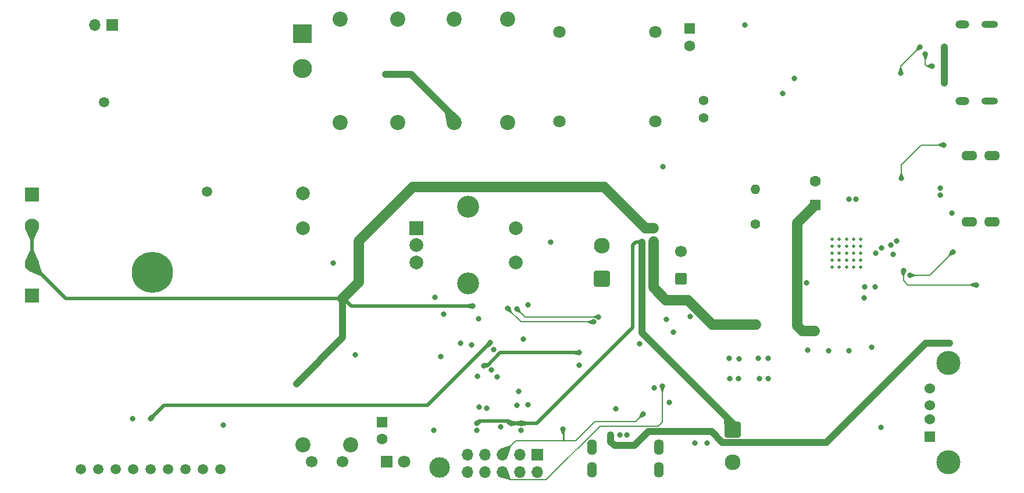
<source format=gbr>
%TF.GenerationSoftware,KiCad,Pcbnew,7.0.9-7.0.9~ubuntu22.04.1*%
%TF.CreationDate,2023-11-25T10:37:05+03:00*%
%TF.ProjectId,xray-v2,78726179-2d76-4322-9e6b-696361645f70,rev?*%
%TF.SameCoordinates,Original*%
%TF.FileFunction,Copper,L3,Inr*%
%TF.FilePolarity,Positive*%
%FSLAX46Y46*%
G04 Gerber Fmt 4.6, Leading zero omitted, Abs format (unit mm)*
G04 Created by KiCad (PCBNEW 7.0.9-7.0.9~ubuntu22.04.1) date 2023-11-25 10:37:05*
%MOMM*%
%LPD*%
G01*
G04 APERTURE LIST*
G04 Aperture macros list*
%AMRoundRect*
0 Rectangle with rounded corners*
0 $1 Rounding radius*
0 $2 $3 $4 $5 $6 $7 $8 $9 X,Y pos of 4 corners*
0 Add a 4 corners polygon primitive as box body*
4,1,4,$2,$3,$4,$5,$6,$7,$8,$9,$2,$3,0*
0 Add four circle primitives for the rounded corners*
1,1,$1+$1,$2,$3*
1,1,$1+$1,$4,$5*
1,1,$1+$1,$6,$7*
1,1,$1+$1,$8,$9*
0 Add four rect primitives between the rounded corners*
20,1,$1+$1,$2,$3,$4,$5,0*
20,1,$1+$1,$4,$5,$6,$7,0*
20,1,$1+$1,$6,$7,$8,$9,0*
20,1,$1+$1,$8,$9,$2,$3,0*%
G04 Aperture macros list end*
%TA.AperFunction,ComponentPad*%
%ADD10R,2.000000X2.000000*%
%TD*%
%TA.AperFunction,ComponentPad*%
%ADD11C,2.000000*%
%TD*%
%TA.AperFunction,ComponentPad*%
%ADD12C,3.200000*%
%TD*%
%TA.AperFunction,ComponentPad*%
%ADD13R,1.800000X1.800000*%
%TD*%
%TA.AperFunction,ComponentPad*%
%ADD14C,1.800000*%
%TD*%
%TA.AperFunction,ComponentPad*%
%ADD15C,2.200000*%
%TD*%
%TA.AperFunction,ComponentPad*%
%ADD16R,1.524000X1.524000*%
%TD*%
%TA.AperFunction,ComponentPad*%
%ADD17C,1.524000*%
%TD*%
%TA.AperFunction,ComponentPad*%
%ADD18C,3.500000*%
%TD*%
%TA.AperFunction,ComponentPad*%
%ADD19C,3.000000*%
%TD*%
%TA.AperFunction,ComponentPad*%
%ADD20R,1.600000X1.600000*%
%TD*%
%TA.AperFunction,ComponentPad*%
%ADD21C,1.600000*%
%TD*%
%TA.AperFunction,ComponentPad*%
%ADD22RoundRect,0.250001X-0.899999X0.899999X-0.899999X-0.899999X0.899999X-0.899999X0.899999X0.899999X0*%
%TD*%
%TA.AperFunction,ComponentPad*%
%ADD23C,2.300000*%
%TD*%
%TA.AperFunction,ComponentPad*%
%ADD24C,1.500000*%
%TD*%
%TA.AperFunction,ComponentPad*%
%ADD25O,1.400000X2.300000*%
%TD*%
%TA.AperFunction,ComponentPad*%
%ADD26C,1.400000*%
%TD*%
%TA.AperFunction,ComponentPad*%
%ADD27RoundRect,0.250001X0.799999X-0.799999X0.799999X0.799999X-0.799999X0.799999X-0.799999X-0.799999X0*%
%TD*%
%TA.AperFunction,ComponentPad*%
%ADD28C,2.100000*%
%TD*%
%TA.AperFunction,ComponentPad*%
%ADD29C,1.700000*%
%TD*%
%TA.AperFunction,ComponentPad*%
%ADD30RoundRect,0.250000X0.600000X-0.600000X0.600000X0.600000X-0.600000X0.600000X-0.600000X-0.600000X0*%
%TD*%
%TA.AperFunction,ComponentPad*%
%ADD31R,1.700000X1.700000*%
%TD*%
%TA.AperFunction,ComponentPad*%
%ADD32O,1.700000X1.700000*%
%TD*%
%TA.AperFunction,ComponentPad*%
%ADD33C,0.500000*%
%TD*%
%TA.AperFunction,ComponentPad*%
%ADD34O,2.000000X1.200000*%
%TD*%
%TA.AperFunction,ComponentPad*%
%ADD35O,2.400000X1.000000*%
%TD*%
%TA.AperFunction,ComponentPad*%
%ADD36O,2.300000X1.400000*%
%TD*%
%TA.AperFunction,ComponentPad*%
%ADD37RoundRect,0.250001X0.899999X-0.899999X0.899999X0.899999X-0.899999X0.899999X-0.899999X-0.899999X0*%
%TD*%
%TA.AperFunction,ComponentPad*%
%ADD38RoundRect,0.250001X-0.799999X0.799999X-0.799999X-0.799999X0.799999X-0.799999X0.799999X0.799999X0*%
%TD*%
%TA.AperFunction,ComponentPad*%
%ADD39O,1.400000X1.400000*%
%TD*%
%TA.AperFunction,ComponentPad*%
%ADD40C,6.000000*%
%TD*%
%TA.AperFunction,ComponentPad*%
%ADD41R,2.800000X2.800000*%
%TD*%
%TA.AperFunction,ComponentPad*%
%ADD42O,2.800000X2.800000*%
%TD*%
%TA.AperFunction,ViaPad*%
%ADD43C,0.800000*%
%TD*%
%TA.AperFunction,Conductor*%
%ADD44C,1.000000*%
%TD*%
%TA.AperFunction,Conductor*%
%ADD45C,0.200000*%
%TD*%
%TA.AperFunction,Conductor*%
%ADD46C,1.500000*%
%TD*%
%TA.AperFunction,Conductor*%
%ADD47C,0.500000*%
%TD*%
%TA.AperFunction,Conductor*%
%ADD48C,0.250000*%
%TD*%
G04 APERTURE END LIST*
D10*
%TO.N,ENCODER_A*%
%TO.C,SW3*%
X158480000Y-97500000D03*
D11*
%TO.N,ENCODER_B*%
X158480000Y-102500000D03*
%TO.N,GND*%
X158480000Y-100000000D03*
D12*
%TO.N,N/C*%
X165980000Y-94400000D03*
X165980000Y-105600000D03*
D11*
%TO.N,ENCODER_CLICK*%
X172980000Y-102500000D03*
%TO.N,GND*%
X172980000Y-97500000D03*
%TD*%
D13*
%TO.N,Net-(D14-K)*%
%TO.C,D14*%
X154105000Y-131600000D03*
D14*
%TO.N,Net-(D14-A)*%
X156645000Y-131600000D03*
%TD*%
D15*
%TO.N,Net-(D4-K)*%
%TO.C,C13*%
X171780000Y-82100000D03*
%TO.N,Net-(T1-SB)*%
X171780000Y-67100000D03*
%TD*%
D14*
%TO.N,Net-(T1-AA)*%
%TO.C,T1*%
X193280000Y-68925000D03*
%TO.N,Net-(Q5-D)*%
X193280000Y-81925000D03*
%TO.N,GND*%
X179280000Y-81925000D03*
%TO.N,Net-(T1-SB)*%
X179280000Y-68925000D03*
%TD*%
D16*
%TO.N,USB_OUT_VBUS*%
%TO.C,J3*%
X233252500Y-127900000D03*
D17*
%TO.N,USB_OUT_D-*%
X233252500Y-125400000D03*
%TO.N,USB_OUT_D+*%
X233252500Y-123400000D03*
%TO.N,GND*%
X233252500Y-120900000D03*
D18*
X235962500Y-131650000D03*
X235962500Y-117150000D03*
%TD*%
D15*
%TO.N,Net-(T1-SB)*%
%TO.C,C18*%
X163980000Y-67100000D03*
%TO.N,Net-(D6-K)*%
X163980000Y-82100000D03*
%TD*%
D19*
%TO.N,GND*%
%TO.C,TP1*%
X161880000Y-132400000D03*
%TD*%
D20*
%TO.N,Net-(Q11-G)*%
%TO.C,C44*%
X153480000Y-125794888D03*
D21*
%TO.N,GND*%
X153480000Y-128294888D03*
%TD*%
D22*
%TO.N,VCC*%
%TO.C,M1*%
X204480000Y-126900000D03*
D23*
%TO.N,Net-(M1--)*%
X204480000Y-131700000D03*
%TD*%
D20*
%TO.N,USB_VSYS*%
%TO.C,C11*%
X216580000Y-94152651D03*
D21*
%TO.N,GND*%
X216580000Y-90652651D03*
%TD*%
D24*
%TO.N,/DISPLAY_VCC*%
%TO.C,U9*%
X109580000Y-132700000D03*
%TO.N,GND*%
X112120000Y-132700000D03*
X114660000Y-132700000D03*
%TO.N,Net-(D13-K)*%
X117200000Y-132700000D03*
%TO.N,Net-(D12-K)*%
X119740000Y-132700000D03*
%TO.N,Net-(D11-K)*%
X122280000Y-132700000D03*
%TO.N,Net-(D10-K)*%
X124820000Y-132700000D03*
%TO.N,/DISPLAY_VCC*%
X127360000Y-132700000D03*
%TO.N,unconnected-(U9-MISO-Pad9)*%
X129900000Y-132700000D03*
%TD*%
D25*
%TO.N,GND*%
%TO.C,J1*%
X184030497Y-129450000D03*
X184030497Y-132750000D03*
X193730497Y-129450000D03*
X193730497Y-132750000D03*
%TD*%
D15*
%TO.N,GND*%
%TO.C,C16*%
X155780000Y-67100000D03*
%TO.N,Net-(D5-K)*%
X155780000Y-82100000D03*
%TD*%
D26*
%TO.N,UV_ENABLE#*%
%TO.C,JP1*%
X200280000Y-81450000D03*
%TO.N,Net-(JP1-B)*%
X200280000Y-78910000D03*
%TD*%
D27*
%TO.N,Net-(D9-K)*%
%TO.C,D9*%
X102480000Y-107400000D03*
D28*
%TO.N,VCC*%
X102480000Y-102800000D03*
%TD*%
D15*
%TO.N,*%
%TO.C,SW2*%
X148930000Y-129100000D03*
X141930000Y-129100000D03*
D29*
%TO.N,WAKEUP_BUTTON*%
X147680000Y-131600000D03*
%TO.N,GND*%
X143180000Y-131600000D03*
%TD*%
D30*
%TO.N,Net-(BT1-+)*%
%TO.C,BT1*%
X196980000Y-104900000D03*
D29*
%TO.N,GND*%
X196980000Y-100900000D03*
%TD*%
D15*
%TO.N,GND*%
%TO.C,C20*%
X147380000Y-82100000D03*
%TO.N,Net-(D7-K)*%
X147380000Y-67100000D03*
%TD*%
D31*
%TO.N,Net-(J5-Pin_1)*%
%TO.C,J5*%
X176055000Y-130525000D03*
D32*
%TO.N,+5V*%
X176055000Y-133065000D03*
%TO.N,unconnected-(J5-Pin_3-Pad3)*%
X173515000Y-130525000D03*
%TO.N,RXD_V*%
X173515000Y-133065000D03*
%TO.N,RESET_V*%
X170975000Y-130525000D03*
%TO.N,TXD_V*%
X170975000Y-133065000D03*
%TO.N,Net-(J5-Pin_7)*%
X168435000Y-130525000D03*
%TO.N,GND*%
X168435000Y-133065000D03*
%TO.N,Net-(J5-Pin_9)*%
X165895000Y-130525000D03*
%TO.N,GND*%
X165895000Y-133065000D03*
%TD*%
D33*
%TO.N,GND*%
%TO.C,U3*%
X223130000Y-99150000D03*
X222105000Y-99150000D03*
X221080000Y-99150000D03*
X220055000Y-99150000D03*
X219030000Y-99150000D03*
X223130000Y-100175000D03*
X222105000Y-100175000D03*
X221080000Y-100175000D03*
X220055000Y-100175000D03*
X219030000Y-100175000D03*
X223130000Y-101200000D03*
X222105000Y-101200000D03*
X221080000Y-101200000D03*
X220055000Y-101200000D03*
X219030000Y-101200000D03*
X223130000Y-102225000D03*
X222105000Y-102225000D03*
X221080000Y-102225000D03*
X220055000Y-102225000D03*
X219030000Y-102225000D03*
X223130000Y-103250000D03*
X222105000Y-103250000D03*
X221080000Y-103250000D03*
X220055000Y-103250000D03*
X219030000Y-103250000D03*
%TD*%
D34*
%TO.N,GND*%
%TO.C,J4*%
X237975000Y-79000000D03*
D35*
X241900000Y-79000000D03*
D34*
X237975000Y-67800000D03*
D35*
X241900000Y-67800000D03*
%TD*%
D20*
%TO.N,Net-(T1-AA)*%
%TO.C,C6*%
X198280000Y-68425000D03*
D21*
%TO.N,GND*%
X198280000Y-70925000D03*
%TD*%
D36*
%TO.N,GND*%
%TO.C,J2*%
X238945000Y-96625000D03*
X242245000Y-96625000D03*
X238945000Y-86925000D03*
X242245000Y-86925000D03*
%TD*%
D11*
%TO.N,Net-(V1-C)*%
%TO.C,C33*%
X141980000Y-92500000D03*
%TO.N,Net-(Q6-B)*%
X141980000Y-97500000D03*
%TD*%
D37*
%TO.N,Net-(LS1-Pad1)*%
%TO.C,LS1*%
X185480000Y-104900000D03*
D23*
%TO.N,Net-(Q13-D)*%
X185480000Y-100100000D03*
%TD*%
D38*
%TO.N,Net-(D8-K)*%
%TO.C,D8*%
X102480000Y-92600000D03*
D28*
%TO.N,VCC*%
X102480000Y-97200000D03*
%TD*%
D31*
%TO.N,Net-(R10-Pad1)*%
%TO.C,SW1*%
X114180000Y-67875000D03*
D32*
%TO.N,GND*%
X111640000Y-67875000D03*
%TD*%
D26*
%TO.N,Net-(U3-NTC)*%
%TO.C,R9*%
X207780000Y-96940000D03*
D39*
%TO.N,GND*%
X207780000Y-91860000D03*
%TD*%
D24*
%TO.N,Net-(V1-A)*%
%TO.C,V1*%
X112980000Y-79200000D03*
%TO.N,Net-(V1-C)*%
X127980000Y-92200000D03*
D40*
%TO.N,GND*%
X119980000Y-104000000D03*
%TD*%
D41*
%TO.N,Net-(D7-K)*%
%TO.C,D7*%
X141900000Y-69139950D03*
D42*
%TO.N,Net-(D6-K)*%
X141900000Y-74219950D03*
%TD*%
D43*
%TO.N,FLUSH_VBUS*%
X186780000Y-127700000D03*
X236100000Y-114300000D03*
X235200000Y-114300000D03*
%TO.N,GND*%
X205380000Y-119500000D03*
X209680000Y-119500000D03*
X208380000Y-119500000D03*
X221480000Y-115400000D03*
X170730000Y-126500000D03*
X190980000Y-114400000D03*
X218480000Y-115400000D03*
X215480000Y-115300000D03*
X204080000Y-119500000D03*
X198980000Y-128900000D03*
X224780000Y-114900000D03*
X225280000Y-106100000D03*
X161980000Y-116250000D03*
X149580000Y-116000000D03*
X169730000Y-115250000D03*
X182180000Y-117512500D03*
%TO.N,USB_OUT_VBUS*%
X226180000Y-100400000D03*
%TO.N,USB_M_IN_VBUS*%
X236580000Y-101000000D03*
X230325500Y-104400000D03*
X236480000Y-95325000D03*
%TO.N,USB_IN_VBUS*%
X235370000Y-76400000D03*
X235370000Y-71000000D03*
%TO.N,USB_VSYS*%
X215580000Y-112500000D03*
X216480000Y-112500000D03*
X214680000Y-112500000D03*
%TO.N,VCC*%
X192980000Y-99500000D03*
X167230000Y-126000000D03*
X191380000Y-99500000D03*
X203980000Y-116500000D03*
X205480000Y-116600000D03*
X206780000Y-111600000D03*
X205580000Y-111600000D03*
X166680000Y-108900000D03*
X191280000Y-97500000D03*
X211767500Y-77900000D03*
X208280000Y-116500000D03*
X147780000Y-107700000D03*
X207880000Y-111600000D03*
X192980000Y-97500000D03*
X172230000Y-126000000D03*
X209680000Y-116500000D03*
X173730000Y-126000000D03*
X140980000Y-120200000D03*
X223705000Y-106100000D03*
%TO.N,USB_OUT_VOUT2*%
X227902535Y-101322535D03*
%TO.N,RESET*%
X167480000Y-110750000D03*
X173100000Y-123399500D03*
X160980000Y-127000000D03*
%TO.N,VREG*%
X223680000Y-107700000D03*
X195880000Y-112700000D03*
%TO.N,ENCODER_CLICK*%
X167380000Y-119100000D03*
%TO.N,CP2102_VREG*%
X187480000Y-123900000D03*
%TO.N,USB_M_IN_D-*%
X222479488Y-93294596D03*
X234780000Y-92700000D03*
%TO.N,USB_M_IN_D+*%
X221480000Y-93300000D03*
X234780000Y-91700497D03*
%TO.N,USB_OUT_D-*%
X227580000Y-100000000D03*
%TO.N,USB_OUT_D+*%
X228380000Y-99400000D03*
%TO.N,USB_IN_D+*%
X233580000Y-73900000D03*
X232580000Y-72100000D03*
%TO.N,USB_IN_CC2*%
X228980000Y-74900000D03*
X231780000Y-71100000D03*
%TO.N,+5V*%
X167230000Y-127000000D03*
X173730000Y-127000000D03*
%TO.N,FLUSH_D-*%
X188080000Y-127700000D03*
%TO.N,FLUSH_D+*%
X189080000Y-127700000D03*
%TO.N,Net-(JP1-B)*%
X213530000Y-75737500D03*
%TO.N,UV_ENABLE#*%
X174703624Y-108675000D03*
%TO.N,Net-(JP2-A)*%
X195280000Y-122975000D03*
%TO.N,USB_OUT_VBUS_G*%
X225380000Y-101200000D03*
X226080000Y-126600000D03*
%TO.N,USB_M_IN_VBUS_G*%
X239980000Y-105800000D03*
X229380000Y-103700500D03*
%TO.N,UV_PWM*%
X169380000Y-118200000D03*
X194380000Y-88600000D03*
%TO.N,USB_IN_VBUS_G*%
X235280000Y-85400000D03*
X229080000Y-90300000D03*
%TO.N,RADIATION_VALUE*%
X146380000Y-102600000D03*
X161180000Y-107600000D03*
%TO.N,SPEAKER*%
X177980000Y-99600000D03*
X162479312Y-110100688D03*
%TO.N,VIBRO*%
X200780000Y-128900000D03*
X174029062Y-113749562D03*
%TO.N,USB_I2C_SDA*%
X194880000Y-110800000D03*
X198374622Y-110394622D03*
%TO.N,USB_INT*%
X168280000Y-117600000D03*
X182180000Y-115700000D03*
%TO.N,MCU_I2C_SDA*%
X184980000Y-110500000D03*
X173080000Y-109300000D03*
%TO.N,MCU_I2C_SCL*%
X184273245Y-111206755D03*
X171780000Y-109200000D03*
%TO.N,MOSI*%
X173400000Y-121300000D03*
X170230000Y-119250000D03*
%TO.N,MISO*%
X167580000Y-123600000D03*
%TO.N,TFT_DC*%
X119780000Y-125300000D03*
X169227180Y-114227820D03*
%TO.N,RXD*%
X166479500Y-114550500D03*
X174700000Y-123300000D03*
%TO.N,TXD*%
X164929301Y-114302872D03*
X168730000Y-123750000D03*
%TO.N,RXD_V*%
X193080000Y-120800000D03*
%TO.N,TXD_V*%
X194280000Y-120600000D03*
%TO.N,Net-(U1-VO)*%
X206300000Y-67900000D03*
%TO.N,Net-(D6-K)*%
X153980000Y-75100000D03*
X155380000Y-75100000D03*
%TO.N,Net-(U3-RSET)*%
X215292500Y-105500000D03*
%TO.N,/DISPLAY_VCC*%
X130342500Y-126200000D03*
X117180000Y-125300000D03*
%TO.N,RESET_V*%
X179800000Y-126812500D03*
X191505000Y-124600000D03*
%TD*%
D44*
%TO.N,FLUSH_VBUS*%
X236100000Y-114300000D02*
X232600000Y-114300000D01*
X203000000Y-128750000D02*
X201450000Y-127200000D01*
X232600000Y-114300000D02*
X218150000Y-128750000D01*
X218150000Y-128750000D02*
X203000000Y-128750000D01*
X187300000Y-129200000D02*
X186780000Y-128680000D01*
X201450000Y-127200000D02*
X192200000Y-127200000D01*
X192200000Y-127200000D02*
X190200000Y-129200000D01*
X190200000Y-129200000D02*
X187300000Y-129200000D01*
X186780000Y-128680000D02*
X186780000Y-127700000D01*
D45*
%TO.N,USB_M_IN_VBUS*%
X230325500Y-104400000D02*
X233180000Y-104400000D01*
X233180000Y-104400000D02*
X236580000Y-101000000D01*
D44*
%TO.N,USB_IN_VBUS*%
X235370000Y-76400000D02*
X235370000Y-71100000D01*
D46*
%TO.N,USB_VSYS*%
X214680000Y-112500000D02*
X216480000Y-112500000D01*
X213942500Y-96790151D02*
X213942500Y-111762500D01*
X216580000Y-94152651D02*
X213942500Y-96790151D01*
X213942500Y-111762500D02*
X214680000Y-112500000D01*
%TO.N,VCC*%
X157980000Y-91500000D02*
X185780000Y-91500000D01*
D47*
X189980000Y-100000000D02*
X190380000Y-99600000D01*
X175982082Y-126000000D02*
X189980000Y-112002082D01*
X148980000Y-108900000D02*
X166680000Y-108900000D01*
D46*
X192980000Y-106200000D02*
X194780000Y-108000000D01*
D47*
X171880000Y-125650000D02*
X172030000Y-125800000D01*
D46*
X150080000Y-105400000D02*
X150080000Y-99400000D01*
D47*
X173730000Y-126000000D02*
X175982082Y-126000000D01*
D46*
X201580000Y-111600000D02*
X205580000Y-111600000D01*
X150080000Y-99400000D02*
X157980000Y-91500000D01*
X194780000Y-108000000D02*
X197980000Y-108000000D01*
D47*
X147680000Y-107800000D02*
X147780000Y-107700000D01*
D44*
X147730000Y-113450000D02*
X140980000Y-120200000D01*
D46*
X147730000Y-107750000D02*
X147780000Y-107700000D01*
D44*
X191280000Y-99600000D02*
X191280000Y-112755635D01*
D46*
X185780000Y-91500000D02*
X191780000Y-97500000D01*
X192980000Y-99500000D02*
X192980000Y-106200000D01*
D47*
X190380000Y-99600000D02*
X191280000Y-99600000D01*
X172230000Y-126000000D02*
X173730000Y-126000000D01*
D46*
X207880000Y-111600000D02*
X206780000Y-111600000D01*
D44*
X147730000Y-107750000D02*
X147730000Y-113450000D01*
D47*
X147780000Y-107700000D02*
X148980000Y-108900000D01*
X167580000Y-125650000D02*
X171880000Y-125650000D01*
D46*
X197980000Y-108000000D02*
X201580000Y-111600000D01*
X147780000Y-107700000D02*
X150080000Y-105400000D01*
D47*
X167430000Y-125800000D02*
X167580000Y-125650000D01*
X102480000Y-97300000D02*
X102480000Y-102900000D01*
D46*
X205580000Y-111600000D02*
X205680000Y-111600000D01*
X205680000Y-111600000D02*
X207880000Y-111600000D01*
D47*
X189980000Y-112002082D02*
X189980000Y-100000000D01*
D46*
X191780000Y-97500000D02*
X192980000Y-97500000D01*
D47*
X107380000Y-107800000D02*
X147680000Y-107800000D01*
X102480000Y-102900000D02*
X107380000Y-107800000D01*
D44*
X191280000Y-112755635D02*
X204480000Y-125955635D01*
X204480000Y-125955635D02*
X204480000Y-126900000D01*
D45*
%TO.N,USB_IN_D+*%
X232780000Y-73900000D02*
X232580000Y-73700000D01*
X233580000Y-73900000D02*
X232780000Y-73900000D01*
X232580000Y-73700000D02*
X232580000Y-72100000D01*
%TO.N,USB_IN_CC2*%
X228980000Y-73900000D02*
X231780000Y-71100000D01*
X228980000Y-74900000D02*
X228980000Y-73900000D01*
%TO.N,USB_M_IN_VBUS_G*%
X229980000Y-105800000D02*
X239980000Y-105800000D01*
X229380000Y-103700500D02*
X229380000Y-105200000D01*
X229380000Y-105200000D02*
X229980000Y-105800000D01*
%TO.N,USB_IN_VBUS_G*%
X229080000Y-90300000D02*
X229080000Y-88300000D01*
X231980000Y-85400000D02*
X235280000Y-85400000D01*
X229080000Y-88300000D02*
X231980000Y-85400000D01*
D47*
%TO.N,USB_INT*%
X168777918Y-117600000D02*
X168280000Y-117600000D01*
X170677918Y-115700000D02*
X168777918Y-117600000D01*
X182180000Y-115700000D02*
X170677918Y-115700000D01*
D45*
%TO.N,MCU_I2C_SDA*%
X173080000Y-109300000D02*
X174280000Y-110500000D01*
X174280000Y-110500000D02*
X184980000Y-110500000D01*
%TO.N,MCU_I2C_SCL*%
X173680000Y-111200000D02*
X184266490Y-111200000D01*
X171780000Y-109200000D02*
X171780000Y-109300000D01*
X171780000Y-109300000D02*
X173680000Y-111200000D01*
X184266490Y-111200000D02*
X184273245Y-111206755D01*
D47*
%TO.N,TFT_DC*%
X169227180Y-114227820D02*
X160055000Y-123400000D01*
X160055000Y-123400000D02*
X121680000Y-123400000D01*
X121680000Y-123400000D02*
X119780000Y-125300000D01*
D45*
%TO.N,TXD_V*%
X172125000Y-134215000D02*
X177365000Y-134215000D01*
X170975000Y-133065000D02*
X172125000Y-134215000D01*
X193680000Y-126400000D02*
X194280000Y-125800000D01*
X194280000Y-125800000D02*
X194280000Y-120600000D01*
X177365000Y-134215000D02*
X185180000Y-126400000D01*
X185180000Y-126400000D02*
X193680000Y-126400000D01*
D44*
%TO.N,Net-(D6-K)*%
X157680000Y-75100000D02*
X163980000Y-81400000D01*
X155380000Y-75100000D02*
X157680000Y-75100000D01*
X163980000Y-81400000D02*
X163980000Y-82100000D01*
X153980000Y-75100000D02*
X155380000Y-75100000D01*
D45*
%TO.N,RESET_V*%
X184480000Y-125700000D02*
X190405000Y-125700000D01*
X190405000Y-125700000D02*
X191505000Y-124600000D01*
X181680000Y-128500000D02*
X184480000Y-125700000D01*
X179880000Y-128500000D02*
X172980000Y-128500000D01*
X179880000Y-128500000D02*
X181680000Y-128500000D01*
X172980000Y-128500000D02*
X170975000Y-130505000D01*
D48*
X179880000Y-128500000D02*
X179880000Y-126892500D01*
X179880000Y-126892500D02*
X179800000Y-126812500D01*
%TD*%
%TA.AperFunction,Conductor*%
%TO.N,USB_M_IN_VBUS*%
G36*
X230489368Y-104034945D02*
G01*
X231118300Y-104297000D01*
X231124619Y-104303345D01*
X231125500Y-104307800D01*
X231125500Y-104492199D01*
X231122073Y-104500472D01*
X231118300Y-104502999D01*
X230489370Y-104765053D01*
X230480415Y-104765072D01*
X230474071Y-104758755D01*
X230326375Y-104404499D01*
X230326355Y-104395550D01*
X230474072Y-104041242D01*
X230480418Y-104034926D01*
X230489368Y-104034945D01*
G37*
%TD.AperFunction*%
%TD*%
%TA.AperFunction,Conductor*%
%TO.N,USB_M_IN_VBUS*%
G36*
X236576195Y-100997436D02*
G01*
X236582542Y-101003754D01*
X236582563Y-101003804D01*
X236728621Y-101358734D01*
X236728600Y-101367688D01*
X236722256Y-101374005D01*
X236092237Y-101633426D01*
X236083282Y-101633407D01*
X236079509Y-101630880D01*
X235949119Y-101500490D01*
X235945692Y-101492217D01*
X235946572Y-101487766D01*
X236205994Y-100857742D01*
X236212313Y-100851398D01*
X236221264Y-100851378D01*
X236576195Y-100997436D01*
G37*
%TD.AperFunction*%
%TD*%
%TA.AperFunction,Conductor*%
%TO.N,VCC*%
G36*
X166674942Y-108504435D02*
G01*
X166679835Y-108511935D01*
X166680035Y-108514062D01*
X166681000Y-108900000D01*
X166680035Y-109285937D01*
X166676587Y-109294202D01*
X166668306Y-109297608D01*
X166666179Y-109297408D01*
X165889544Y-109151789D01*
X165882044Y-109146896D01*
X165880000Y-109140289D01*
X165880000Y-108659710D01*
X165883427Y-108651437D01*
X165889542Y-108648210D01*
X166666180Y-108502591D01*
X166674942Y-108504435D01*
G37*
%TD.AperFunction*%
%TD*%
%TA.AperFunction,Conductor*%
%TO.N,VCC*%
G36*
X171589878Y-125404250D02*
G01*
X172370478Y-125626856D01*
X172377494Y-125632420D01*
X172378520Y-125641316D01*
X172378089Y-125642559D01*
X172231895Y-125997823D01*
X172229334Y-126001659D01*
X171955548Y-126274481D01*
X171947268Y-126277893D01*
X171939001Y-126274452D01*
X171938900Y-126274349D01*
X171578285Y-125903405D01*
X171574974Y-125895249D01*
X171574974Y-125415502D01*
X171578401Y-125407229D01*
X171586674Y-125403802D01*
X171589878Y-125404250D01*
G37*
%TD.AperFunction*%
%TD*%
%TA.AperFunction,Conductor*%
%TO.N,VCC*%
G36*
X173743817Y-125602590D02*
G01*
X174520457Y-125748210D01*
X174527956Y-125753103D01*
X174530000Y-125759710D01*
X174530000Y-126240289D01*
X174526573Y-126248562D01*
X174520456Y-126251789D01*
X173749635Y-126396317D01*
X173745952Y-126396417D01*
X173740132Y-126395651D01*
X173732377Y-126391174D01*
X173729960Y-126384083D01*
X173729000Y-126000000D01*
X173729964Y-125614059D01*
X173733412Y-125605797D01*
X173741693Y-125602391D01*
X173743817Y-125602590D01*
G37*
%TD.AperFunction*%
%TD*%
%TA.AperFunction,Conductor*%
%TO.N,VCC*%
G36*
X191225449Y-99134596D02*
G01*
X191231174Y-99140636D01*
X191380093Y-99497824D01*
X191380994Y-99502355D01*
X191380031Y-99887557D01*
X191376583Y-99895822D01*
X191368302Y-99899228D01*
X191367583Y-99899204D01*
X190610843Y-99850701D01*
X190602806Y-99846752D01*
X190599891Y-99839025D01*
X190599891Y-99358300D01*
X190603318Y-99350027D01*
X190607722Y-99347257D01*
X191216510Y-99134095D01*
X191225449Y-99134596D01*
G37*
%TD.AperFunction*%
%TD*%
%TA.AperFunction,Conductor*%
%TO.N,VCC*%
G36*
X172243817Y-125602590D02*
G01*
X173020457Y-125748210D01*
X173027956Y-125753103D01*
X173030000Y-125759710D01*
X173030000Y-126240289D01*
X173026573Y-126248562D01*
X173020456Y-126251789D01*
X172243820Y-126397408D01*
X172235057Y-126395564D01*
X172230164Y-126388064D01*
X172229964Y-126385946D01*
X172229000Y-126000000D01*
X172229964Y-125614059D01*
X172233412Y-125605797D01*
X172241693Y-125602391D01*
X172243817Y-125602590D01*
G37*
%TD.AperFunction*%
%TD*%
%TA.AperFunction,Conductor*%
%TO.N,VCC*%
G36*
X173724942Y-125604435D02*
G01*
X173729835Y-125611935D01*
X173730035Y-125614062D01*
X173731000Y-126000000D01*
X173730039Y-126384080D01*
X173726591Y-126392345D01*
X173719866Y-126395651D01*
X173714046Y-126396417D01*
X173710363Y-126396317D01*
X172939544Y-126251789D01*
X172932044Y-126246896D01*
X172930000Y-126240289D01*
X172930000Y-125759710D01*
X172933427Y-125751437D01*
X172939542Y-125748210D01*
X173716180Y-125602591D01*
X173724942Y-125604435D01*
G37*
%TD.AperFunction*%
%TD*%
%TA.AperFunction,Conductor*%
%TO.N,VCC*%
G36*
X148069421Y-107427117D02*
G01*
X148070783Y-107428762D01*
X148516978Y-108080895D01*
X148518822Y-108089658D01*
X148515595Y-108095775D01*
X148175775Y-108435595D01*
X148167502Y-108439022D01*
X148160895Y-108436978D01*
X147508762Y-107990783D01*
X147503869Y-107983283D01*
X147505713Y-107974520D01*
X147507075Y-107972875D01*
X147779293Y-107699293D01*
X148052875Y-107427075D01*
X148061156Y-107423669D01*
X148069421Y-107427117D01*
G37*
%TD.AperFunction*%
%TD*%
%TA.AperFunction,Conductor*%
%TO.N,VCC*%
G36*
X167879013Y-125405277D02*
G01*
X167884577Y-125412293D01*
X167885026Y-125415502D01*
X167885026Y-125895249D01*
X167881715Y-125903405D01*
X167521099Y-126274349D01*
X167512875Y-126277892D01*
X167504554Y-126274582D01*
X167504451Y-126274481D01*
X167230665Y-126001659D01*
X167228104Y-125997823D01*
X167081910Y-125642557D01*
X167081931Y-125633605D01*
X167088278Y-125627287D01*
X167089512Y-125626858D01*
X167870118Y-125404251D01*
X167879013Y-125405277D01*
G37*
%TD.AperFunction*%
%TD*%
%TA.AperFunction,Conductor*%
%TO.N,VCC*%
G36*
X102730617Y-100753427D02*
G01*
X102733065Y-100757016D01*
X103445303Y-102387262D01*
X103445475Y-102396215D01*
X103439266Y-102402667D01*
X103439069Y-102402751D01*
X102484487Y-102799136D01*
X102475532Y-102799144D01*
X102475513Y-102799136D01*
X101520930Y-102402751D01*
X101514604Y-102396414D01*
X101514612Y-102387459D01*
X101514661Y-102387341D01*
X102226935Y-100757016D01*
X102233387Y-100750807D01*
X102237656Y-100750000D01*
X102722344Y-100750000D01*
X102730617Y-100753427D01*
G37*
%TD.AperFunction*%
%TD*%
%TA.AperFunction,Conductor*%
%TO.N,VCC*%
G36*
X103439069Y-97597248D02*
G01*
X103445395Y-97603585D01*
X103445387Y-97612540D01*
X103445303Y-97612737D01*
X102733065Y-99242984D01*
X102726613Y-99249193D01*
X102722344Y-99250000D01*
X102237656Y-99250000D01*
X102229383Y-99246573D01*
X102226935Y-99242984D01*
X101514696Y-97612737D01*
X101514524Y-97603784D01*
X101520733Y-97597332D01*
X101520871Y-97597272D01*
X102475513Y-97200862D01*
X102484467Y-97200855D01*
X103439069Y-97597248D01*
G37*
%TD.AperFunction*%
%TD*%
%TA.AperFunction,Conductor*%
%TO.N,VCC*%
G36*
X147625449Y-107334596D02*
G01*
X147631174Y-107340636D01*
X147780093Y-107697824D01*
X147780994Y-107702355D01*
X147780031Y-108087557D01*
X147776583Y-108095822D01*
X147768302Y-108099228D01*
X147767583Y-108099204D01*
X147010843Y-108050701D01*
X147002806Y-108046752D01*
X146999891Y-108039025D01*
X146999891Y-107558300D01*
X147003318Y-107550027D01*
X147007722Y-107547257D01*
X147616510Y-107334095D01*
X147625449Y-107334596D01*
G37*
%TD.AperFunction*%
%TD*%
%TA.AperFunction,Conductor*%
%TO.N,VCC*%
G36*
X103447579Y-102402920D02*
G01*
X103453905Y-102409257D01*
X103454143Y-102409882D01*
X104043989Y-104105917D01*
X104043470Y-104114857D01*
X104041211Y-104118033D01*
X103698461Y-104460783D01*
X103690188Y-104464210D01*
X103685555Y-104463254D01*
X102088762Y-103774636D01*
X102082522Y-103768213D01*
X102082582Y-103759424D01*
X102477439Y-102803779D01*
X102483761Y-102797446D01*
X103438626Y-102402912D01*
X103447579Y-102402920D01*
G37*
%TD.AperFunction*%
%TD*%
%TA.AperFunction,Conductor*%
%TO.N,VCC*%
G36*
X203929082Y-124697253D02*
G01*
X205023152Y-125744150D01*
X205026760Y-125752345D01*
X205025624Y-125757638D01*
X204484115Y-126893557D01*
X204477462Y-126899550D01*
X204472803Y-126900198D01*
X203340091Y-126827385D01*
X203332055Y-126823434D01*
X203329180Y-126816657D01*
X203214144Y-125401839D01*
X203216890Y-125393318D01*
X203217521Y-125392632D01*
X203912721Y-124697432D01*
X203920993Y-124694006D01*
X203929082Y-124697253D01*
G37*
%TD.AperFunction*%
%TD*%
%TA.AperFunction,Conductor*%
%TO.N,USB_IN_D+*%
G36*
X233431428Y-73541244D02*
G01*
X233579123Y-73895498D01*
X233579144Y-73904452D01*
X233579123Y-73904502D01*
X233431428Y-74258755D01*
X233425081Y-74265073D01*
X233416129Y-74265053D01*
X232787200Y-74002999D01*
X232780881Y-73996654D01*
X232780000Y-73992199D01*
X232780000Y-73807800D01*
X232783427Y-73799527D01*
X232787200Y-73797000D01*
X233416131Y-73534945D01*
X233425084Y-73534927D01*
X233431428Y-73541244D01*
G37*
%TD.AperFunction*%
%TD*%
%TA.AperFunction,Conductor*%
%TO.N,USB_IN_D+*%
G36*
X232938755Y-72248571D02*
G01*
X232945073Y-72254918D01*
X232945053Y-72263870D01*
X232683000Y-72892800D01*
X232676655Y-72899119D01*
X232672200Y-72900000D01*
X232487800Y-72900000D01*
X232479527Y-72896573D01*
X232477000Y-72892800D01*
X232214945Y-72263868D01*
X232214927Y-72254915D01*
X232221242Y-72248572D01*
X232575500Y-72100875D01*
X232584449Y-72100855D01*
X232938755Y-72248571D01*
G37*
%TD.AperFunction*%
%TD*%
%TA.AperFunction,Conductor*%
%TO.N,USB_IN_CC2*%
G36*
X231776195Y-71097436D02*
G01*
X231782542Y-71103754D01*
X231782563Y-71103804D01*
X231928621Y-71458734D01*
X231928600Y-71467688D01*
X231922256Y-71474005D01*
X231292237Y-71733426D01*
X231283282Y-71733407D01*
X231279509Y-71730880D01*
X231149119Y-71600490D01*
X231145692Y-71592217D01*
X231146572Y-71587766D01*
X231405994Y-70957742D01*
X231412313Y-70951398D01*
X231421264Y-70951378D01*
X231776195Y-71097436D01*
G37*
%TD.AperFunction*%
%TD*%
%TA.AperFunction,Conductor*%
%TO.N,USB_IN_CC2*%
G36*
X229080473Y-74103427D02*
G01*
X229083000Y-74107200D01*
X229345053Y-74736129D01*
X229345072Y-74745084D01*
X229338755Y-74751428D01*
X228984502Y-74899123D01*
X228975548Y-74899144D01*
X228975498Y-74899123D01*
X228621244Y-74751428D01*
X228614926Y-74745081D01*
X228614945Y-74736131D01*
X228877000Y-74107199D01*
X228883345Y-74100881D01*
X228887800Y-74100000D01*
X229072200Y-74100000D01*
X229080473Y-74103427D01*
G37*
%TD.AperFunction*%
%TD*%
%TA.AperFunction,Conductor*%
%TO.N,USB_M_IN_VBUS_G*%
G36*
X239831428Y-105441244D02*
G01*
X239979123Y-105795498D01*
X239979144Y-105804452D01*
X239979123Y-105804502D01*
X239831428Y-106158755D01*
X239825081Y-106165073D01*
X239816129Y-106165053D01*
X239187200Y-105902999D01*
X239180881Y-105896654D01*
X239180000Y-105892199D01*
X239180000Y-105707800D01*
X239183427Y-105699527D01*
X239187200Y-105697000D01*
X239816131Y-105434945D01*
X239825084Y-105434927D01*
X239831428Y-105441244D01*
G37*
%TD.AperFunction*%
%TD*%
%TA.AperFunction,Conductor*%
%TO.N,USB_M_IN_VBUS_G*%
G36*
X229738755Y-103849071D02*
G01*
X229745073Y-103855418D01*
X229745053Y-103864370D01*
X229483000Y-104493300D01*
X229476655Y-104499619D01*
X229472200Y-104500500D01*
X229287800Y-104500500D01*
X229279527Y-104497073D01*
X229277000Y-104493300D01*
X229014945Y-103864368D01*
X229014927Y-103855415D01*
X229021242Y-103849072D01*
X229375500Y-103701375D01*
X229384449Y-103701355D01*
X229738755Y-103849071D01*
G37*
%TD.AperFunction*%
%TD*%
%TA.AperFunction,Conductor*%
%TO.N,USB_IN_VBUS_G*%
G36*
X229180473Y-89503427D02*
G01*
X229183000Y-89507200D01*
X229445053Y-90136129D01*
X229445072Y-90145084D01*
X229438755Y-90151428D01*
X229084502Y-90299123D01*
X229075548Y-90299144D01*
X229075498Y-90299123D01*
X228721244Y-90151428D01*
X228714926Y-90145081D01*
X228714945Y-90136131D01*
X228977000Y-89507199D01*
X228983345Y-89500881D01*
X228987800Y-89500000D01*
X229172200Y-89500000D01*
X229180473Y-89503427D01*
G37*
%TD.AperFunction*%
%TD*%
%TA.AperFunction,Conductor*%
%TO.N,USB_IN_VBUS_G*%
G36*
X235131428Y-85041244D02*
G01*
X235279123Y-85395498D01*
X235279144Y-85404452D01*
X235279123Y-85404502D01*
X235131428Y-85758755D01*
X235125081Y-85765073D01*
X235116129Y-85765053D01*
X234487200Y-85502999D01*
X234480881Y-85496654D01*
X234480000Y-85492199D01*
X234480000Y-85307800D01*
X234483427Y-85299527D01*
X234487200Y-85297000D01*
X235116131Y-85034945D01*
X235125084Y-85034927D01*
X235131428Y-85041244D01*
G37*
%TD.AperFunction*%
%TD*%
%TA.AperFunction,Conductor*%
%TO.N,USB_INT*%
G36*
X168810022Y-117209535D02*
G01*
X168818085Y-117212960D01*
X169157305Y-117552180D01*
X169160732Y-117560453D01*
X169157305Y-117568726D01*
X169154692Y-117570693D01*
X168444505Y-117963233D01*
X168435606Y-117964236D01*
X168428605Y-117958653D01*
X168428046Y-117957495D01*
X168280198Y-117602878D01*
X168279297Y-117598355D01*
X168279379Y-117552180D01*
X168279979Y-117211889D01*
X168283420Y-117203623D01*
X168291700Y-117200211D01*
X168291769Y-117200211D01*
X168810022Y-117209535D01*
G37*
%TD.AperFunction*%
%TD*%
%TA.AperFunction,Conductor*%
%TO.N,USB_INT*%
G36*
X182174942Y-115304435D02*
G01*
X182179835Y-115311935D01*
X182180035Y-115314062D01*
X182181000Y-115700000D01*
X182180035Y-116085937D01*
X182176587Y-116094202D01*
X182168306Y-116097608D01*
X182166179Y-116097408D01*
X181389544Y-115951789D01*
X181382044Y-115946896D01*
X181380000Y-115940289D01*
X181380000Y-115459710D01*
X181383427Y-115451437D01*
X181389542Y-115448210D01*
X182166180Y-115302591D01*
X182174942Y-115304435D01*
G37*
%TD.AperFunction*%
%TD*%
%TA.AperFunction,Conductor*%
%TO.N,MCU_I2C_SDA*%
G36*
X173447688Y-109151399D02*
G01*
X173454005Y-109157743D01*
X173713426Y-109787762D01*
X173713407Y-109796717D01*
X173710880Y-109800490D01*
X173580490Y-109930880D01*
X173572217Y-109934307D01*
X173567762Y-109933426D01*
X172937743Y-109674005D01*
X172931398Y-109667686D01*
X172931378Y-109658735D01*
X173077437Y-109303802D01*
X173083753Y-109297457D01*
X173438735Y-109151378D01*
X173447688Y-109151399D01*
G37*
%TD.AperFunction*%
%TD*%
%TA.AperFunction,Conductor*%
%TO.N,MCU_I2C_SDA*%
G36*
X184831428Y-110141244D02*
G01*
X184979123Y-110495498D01*
X184979144Y-110504452D01*
X184979123Y-110504502D01*
X184831428Y-110858755D01*
X184825081Y-110865073D01*
X184816129Y-110865053D01*
X184748204Y-110836751D01*
X184743424Y-110833074D01*
X184701527Y-110778473D01*
X184576086Y-110682219D01*
X184576083Y-110682218D01*
X184576077Y-110682214D01*
X184430013Y-110621713D01*
X184430004Y-110621710D01*
X184273245Y-110601073D01*
X184207465Y-110609732D01*
X184201438Y-110608932D01*
X184187200Y-110602999D01*
X184180881Y-110596653D01*
X184180000Y-110592199D01*
X184180000Y-110407800D01*
X184183427Y-110399527D01*
X184187200Y-110397000D01*
X184816131Y-110134945D01*
X184825084Y-110134927D01*
X184831428Y-110141244D01*
G37*
%TD.AperFunction*%
%TD*%
%TA.AperFunction,Conductor*%
%TO.N,MCU_I2C_SCL*%
G36*
X184118380Y-110841632D02*
G01*
X184124636Y-110847912D01*
X184272368Y-111202253D01*
X184272389Y-111211207D01*
X184272368Y-111211257D01*
X184124716Y-111565405D01*
X184118369Y-111571723D01*
X184109415Y-111571702D01*
X184109313Y-111571659D01*
X183481685Y-111303037D01*
X183475428Y-111296632D01*
X183474589Y-111292281D01*
X183474589Y-111107869D01*
X183478016Y-111099596D01*
X183481874Y-111097034D01*
X184109426Y-110841577D01*
X184118380Y-110841632D01*
G37*
%TD.AperFunction*%
%TD*%
%TA.AperFunction,Conductor*%
%TO.N,MCU_I2C_SCL*%
G36*
X172146567Y-109051860D02*
G01*
X172152885Y-109058207D01*
X172153269Y-109059290D01*
X172354436Y-109728331D01*
X172353537Y-109737241D01*
X172351505Y-109739973D01*
X172221101Y-109870377D01*
X172212828Y-109873804D01*
X172207416Y-109872477D01*
X171931192Y-109728331D01*
X171636400Y-109574495D01*
X171630651Y-109567629D01*
X171630992Y-109559671D01*
X171777437Y-109203802D01*
X171783753Y-109197457D01*
X172137615Y-109051839D01*
X172146567Y-109051860D01*
G37*
%TD.AperFunction*%
%TD*%
%TA.AperFunction,Conductor*%
%TO.N,TFT_DC*%
G36*
X168952659Y-113953533D02*
G01*
X168954304Y-113954895D01*
X169227887Y-114227113D01*
X169500104Y-114500695D01*
X169503510Y-114508976D01*
X169500062Y-114517241D01*
X169498417Y-114518603D01*
X168846284Y-114964798D01*
X168837521Y-114966642D01*
X168831404Y-114963415D01*
X168491584Y-114623595D01*
X168488157Y-114615322D01*
X168490201Y-114608715D01*
X168936397Y-113956581D01*
X168943896Y-113951689D01*
X168952659Y-113953533D01*
G37*
%TD.AperFunction*%
%TD*%
%TA.AperFunction,Conductor*%
%TO.N,TFT_DC*%
G36*
X120175775Y-124564404D02*
G01*
X120515595Y-124904224D01*
X120519022Y-124912497D01*
X120516978Y-124919104D01*
X120070783Y-125571237D01*
X120063283Y-125576130D01*
X120054520Y-125574286D01*
X120052875Y-125572924D01*
X119779293Y-125300707D01*
X119507075Y-125027124D01*
X119503669Y-125018843D01*
X119507117Y-125010578D01*
X119508756Y-125009220D01*
X120160895Y-124563020D01*
X120169658Y-124561177D01*
X120175775Y-124564404D01*
G37*
%TD.AperFunction*%
%TD*%
%TA.AperFunction,Conductor*%
%TO.N,TXD_V*%
G36*
X171757496Y-132744586D02*
G01*
X171763825Y-132750920D01*
X171764161Y-132751840D01*
X172198102Y-134113265D01*
X172198655Y-134116818D01*
X172198655Y-134299274D01*
X172195228Y-134307547D01*
X172186955Y-134310974D01*
X172183593Y-134310481D01*
X170662108Y-133854014D01*
X170655168Y-133848354D01*
X170654263Y-133839445D01*
X170654652Y-133838350D01*
X170972147Y-133069486D01*
X170978468Y-133063151D01*
X171748542Y-132744582D01*
X171757496Y-132744586D01*
G37*
%TD.AperFunction*%
%TD*%
%TA.AperFunction,Conductor*%
%TO.N,TXD_V*%
G36*
X194638755Y-120748571D02*
G01*
X194645073Y-120754918D01*
X194645053Y-120763870D01*
X194383000Y-121392800D01*
X194376655Y-121399119D01*
X194372200Y-121400000D01*
X194187800Y-121400000D01*
X194179527Y-121396573D01*
X194177000Y-121392800D01*
X193914945Y-120763868D01*
X193914927Y-120754915D01*
X193921242Y-120748572D01*
X194275500Y-120600875D01*
X194284449Y-120600855D01*
X194638755Y-120748571D01*
G37*
%TD.AperFunction*%
%TD*%
%TA.AperFunction,Conductor*%
%TO.N,Net-(D6-K)*%
G36*
X163301069Y-80013309D02*
G01*
X163932808Y-80595069D01*
X164620936Y-81228757D01*
X164624700Y-81236883D01*
X164622373Y-81244380D01*
X163983580Y-82096872D01*
X163975970Y-82101424D01*
X162923265Y-82260943D01*
X162914572Y-82258794D01*
X162910064Y-82251788D01*
X162877413Y-82096872D01*
X162587012Y-80719014D01*
X162588659Y-80710213D01*
X162590182Y-80708334D01*
X163284873Y-80013643D01*
X163293145Y-80010217D01*
X163301069Y-80013309D01*
G37*
%TD.AperFunction*%
%TD*%
%TA.AperFunction,Conductor*%
%TO.N,RESET_V*%
G36*
X191501195Y-124597436D02*
G01*
X191507542Y-124603754D01*
X191507563Y-124603804D01*
X191653621Y-124958734D01*
X191653600Y-124967688D01*
X191647256Y-124974005D01*
X191017237Y-125233426D01*
X191008282Y-125233407D01*
X191004509Y-125230880D01*
X190874119Y-125100490D01*
X190870692Y-125092217D01*
X190871572Y-125087766D01*
X191130994Y-124457742D01*
X191137313Y-124451398D01*
X191146264Y-124451378D01*
X191501195Y-124597436D01*
G37*
%TD.AperFunction*%
%TD*%
%TA.AperFunction,Conductor*%
%TO.N,RESET_V*%
G36*
X172096413Y-129247122D02*
G01*
X172099544Y-129249359D01*
X172230734Y-129380549D01*
X172234161Y-129388822D01*
X172233589Y-129392435D01*
X171764202Y-130838253D01*
X171758388Y-130845063D01*
X171749461Y-130845768D01*
X171748614Y-130845456D01*
X170978784Y-130527561D01*
X170972447Y-130521238D01*
X170654466Y-129751197D01*
X170654475Y-129742244D01*
X170660814Y-129735919D01*
X170661463Y-129735673D01*
X172087477Y-129246565D01*
X172096413Y-129247122D01*
G37*
%TD.AperFunction*%
%TD*%
%TA.AperFunction,Conductor*%
%TO.N,RESET_V*%
G36*
X180160167Y-126961660D02*
G01*
X180166485Y-126968007D01*
X180166986Y-126975411D01*
X180007281Y-127587839D01*
X180001878Y-127594980D01*
X179995960Y-127596587D01*
X179762138Y-127596587D01*
X179753865Y-127593160D01*
X179751734Y-127590238D01*
X179436244Y-126976843D01*
X179435508Y-126967921D01*
X179441298Y-126961090D01*
X179442137Y-126960699D01*
X179795500Y-126813375D01*
X179804449Y-126813355D01*
X180160167Y-126961660D01*
G37*
%TD.AperFunction*%
%TD*%
M02*

</source>
